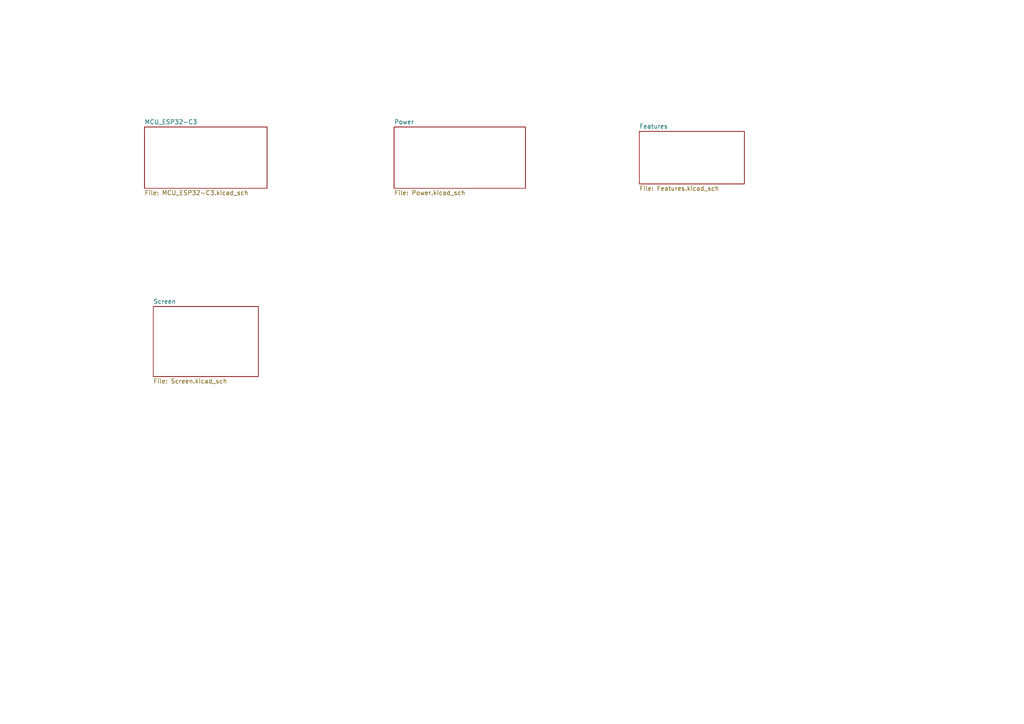
<source format=kicad_sch>
(kicad_sch
	(version 20231120)
	(generator "eeschema")
	(generator_version "8.0")
	(uuid "e39575e5-bba1-47dc-9ccf-32a84e6da237")
	(paper "A4")
	(lib_symbols)
	(sheet
		(at 114.3 36.83)
		(size 38.1 17.78)
		(fields_autoplaced yes)
		(stroke
			(width 0.1524)
			(type solid)
		)
		(fill
			(color 0 0 0 0.0000)
		)
		(uuid "4bf8cdd1-6def-4ef5-937e-6e175da6cdd6")
		(property "Sheetname" "Power"
			(at 114.3 36.1184 0)
			(effects
				(font
					(size 1.27 1.27)
				)
				(justify left bottom)
			)
		)
		(property "Sheetfile" "Power.kicad_sch"
			(at 114.3 55.1946 0)
			(effects
				(font
					(size 1.27 1.27)
				)
				(justify left top)
			)
		)
		(instances
			(project "PCB_Ruler_V1_2024"
				(path "/e39575e5-bba1-47dc-9ccf-32a84e6da237"
					(page "3")
				)
			)
		)
	)
	(sheet
		(at 44.45 88.9)
		(size 30.48 20.32)
		(fields_autoplaced yes)
		(stroke
			(width 0.1524)
			(type solid)
		)
		(fill
			(color 0 0 0 0.0000)
		)
		(uuid "aecab3f5-8510-42f3-bc78-9784f4de281a")
		(property "Sheetname" "Screen"
			(at 44.45 88.1884 0)
			(effects
				(font
					(size 1.27 1.27)
				)
				(justify left bottom)
			)
		)
		(property "Sheetfile" "Screen.kicad_sch"
			(at 44.45 109.8046 0)
			(effects
				(font
					(size 1.27 1.27)
				)
				(justify left top)
			)
		)
		(instances
			(project "PCB_Ruler_V1_2024"
				(path "/e39575e5-bba1-47dc-9ccf-32a84e6da237"
					(page "5")
				)
			)
		)
	)
	(sheet
		(at 41.91 36.83)
		(size 35.56 17.78)
		(fields_autoplaced yes)
		(stroke
			(width 0.1524)
			(type solid)
		)
		(fill
			(color 0 0 0 0.0000)
		)
		(uuid "aff780c0-9835-4b59-ae29-a4cf8e09cc8d")
		(property "Sheetname" "MCU_ESP32-C3"
			(at 41.91 36.1184 0)
			(effects
				(font
					(size 1.27 1.27)
				)
				(justify left bottom)
			)
		)
		(property "Sheetfile" "MCU_ESP32-C3.kicad_sch"
			(at 41.91 55.1946 0)
			(effects
				(font
					(size 1.27 1.27)
				)
				(justify left top)
			)
		)
		(instances
			(project "PCB_Ruler_V1_2024"
				(path "/e39575e5-bba1-47dc-9ccf-32a84e6da237"
					(page "2")
				)
			)
		)
	)
	(sheet
		(at 185.42 38.1)
		(size 30.48 15.24)
		(fields_autoplaced yes)
		(stroke
			(width 0.1524)
			(type solid)
		)
		(fill
			(color 0 0 0 0.0000)
		)
		(uuid "ca7d0597-655a-4aee-bb72-0094cc7418df")
		(property "Sheetname" "Features"
			(at 185.42 37.3884 0)
			(effects
				(font
					(size 1.27 1.27)
				)
				(justify left bottom)
			)
		)
		(property "Sheetfile" "Features.kicad_sch"
			(at 185.42 53.9246 0)
			(effects
				(font
					(size 1.27 1.27)
				)
				(justify left top)
			)
		)
		(instances
			(project "PCB_Ruler_V1_2024"
				(path "/e39575e5-bba1-47dc-9ccf-32a84e6da237"
					(page "4")
				)
			)
		)
	)
	(sheet_instances
		(path "/"
			(page "1")
		)
	)
)

</source>
